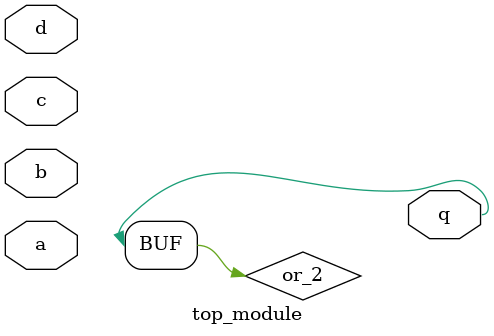
<source format=sv>
module top_module (
	input a, 
	input b, 
	input c, 
	input d,
	output q
);
    // Using a bunch of AND, OR, and NOT gates to calculate q
    wire and_1, and_2, and_3, and_4, and_5;
    wire or_1, or_2;
    wire not_a, not_b, not_c, not_d;
    
    // NOT gates
    not not_g1 (a, not_a);
    not not_g2 (b, not_b);
    not not_g3 (c, not_c);
    not not_g4 (d, not_d);
    
    // AND gates
    and and_g1 (not_a, not_b, and_1);
    and and_g2 (and_1, not_c, and_2);
    and and_g3 (not_c, not_d, and_3);
    and and_g4 (and_2, and_3, and_4);
    
    // OR gates
    or or_g1 (and_4, b, or_1);
    or or_g2 (or_1, d, or_2);
    
    // Final output
    assign q = or_2;
endmodule

</source>
